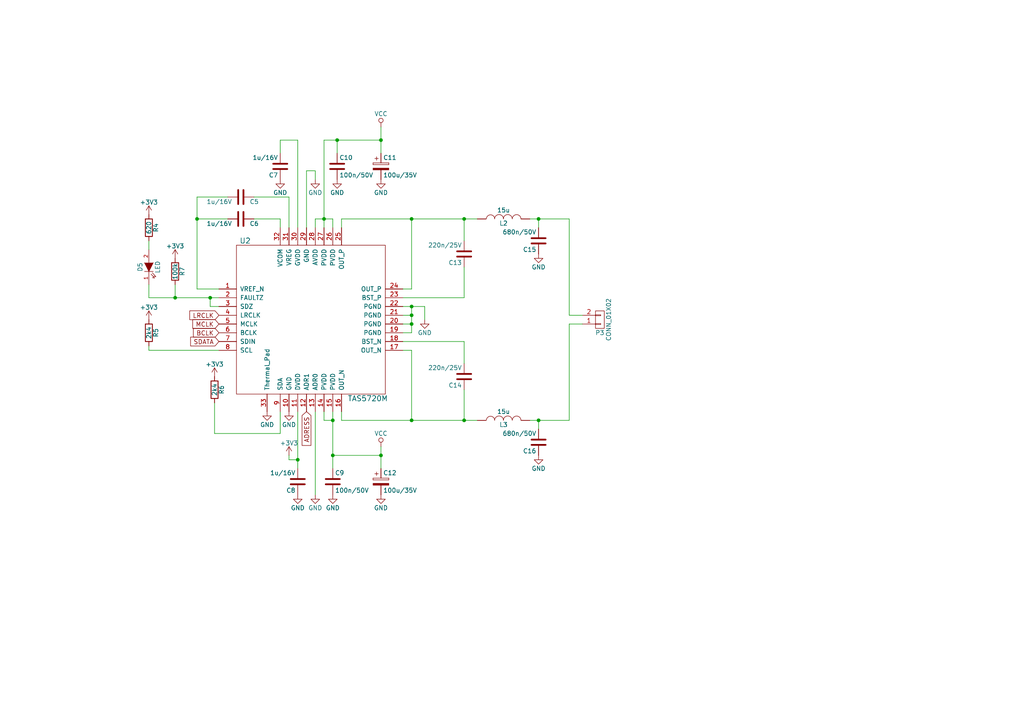
<source format=kicad_sch>
(kicad_sch (version 20231120) (generator "eeschema") (generator_version "8.0")
  (paper "A4")
  (title_block (title "freeDSPx-AMPx4") (date "2017-02-19") (rev "1.0"))
  (lib_symbols
    (symbol "freeDSPx-AMPx4-rescue:+3V3" (power) (pin_names (offset 0))
      (property "Value" "+3V3" (at 0 3.556 0))
      (symbol "+3V3_0_1"
        (polyline (pts (xy -0.762 1.27) (xy 0 2.54)))
        (polyline (pts (xy 0 0) (xy 0 2.54)))
        (polyline (pts (xy 0 2.54) (xy 0.762 1.27)))
      )
      (symbol "+3V3_1_1"
        (pin power_in line (at 0 0 90) (length 0) hide (name "+3V3") (number "1"))
      )
    )
    (symbol "freeDSPx-AMPx4-rescue:C" (pin_numbers hide) (pin_names (offset 0.254))
      (property "Reference" "C" (at 0.635 2.54 0))
      (property "Value" "C" (at 0.635 -2.54 0))
      (symbol "C_0_1"
        (polyline (pts (xy -2.032 -0.762) (xy 2.032 -0.762)) (stroke (width 0.508)))
        (polyline (pts (xy -2.032 0.762) (xy 2.032 0.762)) (stroke (width 0.508)))
      )
      (symbol "C_1_1"
        (pin passive line (at 0 3.81 270) (length 2.794) (name "~") (number "1"))
        (pin passive line (at 0 -3.81 90) (length 2.794) (name "~") (number "2"))
      )
    )
    (symbol "freeDSPx-AMPx4-rescue:CONN_01X02" (pin_names (offset 1.016) hide)
      (property "Reference" "P" (at 0 3.81 0))
      (property "Value" "CONN_01X02" (at 2.54 0 90))
      (symbol "CONN_01X02_0_1"
        (rectangle (start -1.27 -1.143) (end 0.254 -1.397))
        (rectangle (start -1.27 1.397) (end 0.254 1.143))
        (rectangle (start -1.27 2.54) (end 1.27 -2.54))
      )
      (symbol "CONN_01X02_1_1"
        (pin passive line (at -5.08 1.27 0) (length 3.81) (name "P1") (number "1"))
        (pin passive line (at -5.08 -1.27 0) (length 3.81) (name "P2") (number "2"))
      )
    )
    (symbol "freeDSPx-AMPx4-rescue:CP" (pin_numbers hide) (pin_names (offset 0.254))
      (property "Reference" "C" (at 0.635 2.54 0))
      (property "Value" "CP" (at 0.635 -2.54 0))
      (symbol "CP_0_1"
        (rectangle (start -2.286 0.508) (end -2.286 1.016))
        (rectangle (start -2.286 0.508) (end 2.286 0.508))
        (polyline (pts (xy -1.778 2.286) (xy -0.762 2.286)))
        (polyline (pts (xy -1.27 2.794) (xy -1.27 1.778)))
        (rectangle (start 2.286 -0.508) (end -2.286 -1.016) (fill (type outline)))
        (rectangle (start 2.286 1.016) (end -2.286 1.016))
        (rectangle (start 2.286 1.016) (end 2.286 0.508))
      )
      (symbol "CP_1_1"
        (pin passive line (at 0 3.81 270) (length 2.794) (name "~") (number "1"))
        (pin passive line (at 0 -3.81 90) (length 2.794) (name "~") (number "2"))
      )
    )
    (symbol "freeDSPx-AMPx4-rescue:GND" (power) (pin_names (offset 0))
      (property "Value" "GND" (at 0 -3.81 0))
      (symbol "GND_0_1"
        (polyline (pts (xy 0 0) (xy 0 -1.27) (xy 1.27 -1.27) (xy 0 -2.54) (xy -1.27 -1.27) (xy 0 -1.27)))
      )
      (symbol "GND_1_1"
        (pin power_in line (at 0 0 270) (length 0) hide (name "GND") (number "1"))
      )
    )
    (symbol "freeDSPx-AMPx4-rescue:L" (pin_numbers hide) (pin_names (offset 1.016) hide)
      (property "Reference" "L" (at -1.27 0 90))
      (property "Value" "L" (at 2.54 0 90))
      (symbol "L_0_1"
        (arc (start 0.0254 -5.0546) (mid 1.2449 -3.8097) (end 0.0254 -2.54))
        (arc (start 0.0254 -2.5146) (mid 1.2703 -1.2444) (end 0.0254 0.0508))
        (arc (start 0.0254 0.0254) (mid 1.2703 1.2956) (end 0.0254 2.5908))
        (arc (start 0.0254 2.5654) (mid 1.1941 3.7595) (end 0.0254 4.9784))
      )
      (symbol "L_1_1"
        (pin passive line (at 0 7.62 270) (length 2.54) (name "1") (number "1"))
        (pin passive line (at 0 -7.62 90) (length 2.54) (name "2") (number "2"))
      )
    )
    (symbol "freeDSPx-AMPx4-rescue:LED" (pin_names (offset 1.016) hide)
      (property "Reference" "D" (at 0 2.54 0))
      (property "Value" "LED" (at 0 -2.54 0))
      (symbol "LED_0_1"
        (polyline (pts (xy -1.27 1.27) (xy -1.27 -1.27)))
        (polyline (pts (xy -2.032 -0.635) (xy -3.175 -1.651) (xy -3.048 -1.016)))
        (polyline (pts (xy -1.651 -1.016) (xy -2.794 -2.032) (xy -2.667 -1.397)))
        (polyline (pts (xy 1.27 1.27) (xy -1.27 0) (xy 1.27 -1.27)) (fill (type outline)))
      )
      (symbol "LED_1_1"
        (pin passive line (at -5.08 0 0) (length 3.81) (name "K") (number "1"))
        (pin passive line (at 5.08 0 180) (length 3.81) (name "A") (number "2"))
      )
    )
    (symbol "freeDSPx-AMPx4-rescue:R" (pin_numbers hide) (pin_names (offset 0))
      (property "Reference" "R" (at 2.032 0 90))
      (property "Value" "R" (at 0 0 90))
      (symbol "R_0_1"
        (rectangle (start -1.016 -2.54) (end 1.016 2.54) (stroke (width 0.254)))
      )
      (symbol "R_1_1"
        (pin passive line (at 0 3.81 270) (length 1.27) (name "~") (number "1"))
        (pin passive line (at 0 -3.81 90) (length 1.27) (name "~") (number "2"))
      )
    )
    (symbol "freeDSPx-AMPx4-rescue:TAS5720" (pin_names (offset 1.016))
      (property "Reference" "U" (at -19.05 22.86 0))
      (property "Value" "TAS5720" (at 16.51 -22.86 0))
      (symbol "TAS5720_0_1"
        (rectangle (start -21.59 21.59) (end 21.59 -21.59))
      )
      (symbol "TAS5720_1_1"
        (pin input line (at -26.67 8.89 0) (length 5.08) (name "VREF_N") (number "1"))
        (pin input line (at -6.35 -26.67 90) (length 5.08) (name "GND") (number "10"))
        (pin input line (at -3.81 -26.67 90) (length 5.08) (name "DVDD") (number "11"))
        (pin input line (at -1.27 -26.67 90) (length 5.08) (name "ADR1") (number "12"))
        (pin input line (at 1.27 -26.67 90) (length 5.08) (name "ADR0") (number "13"))
        (pin input line (at 3.81 -26.67 90) (length 5.08) (name "PVDD") (number "14"))
        (pin input line (at 6.35 -26.67 90) (length 5.08) (name "PVDD") (number "15"))
        (pin input line (at 8.89 -26.67 90) (length 5.08) (name "OUT_N") (number "16"))
        (pin input line (at 26.67 -8.89 180) (length 5.08) (name "OUT_N") (number "17"))
        (pin input line (at 26.67 -6.35 180) (length 5.08) (name "BST_N") (number "18"))
        (pin input line (at 26.67 -3.81 180) (length 5.08) (name "PGND") (number "19"))
        (pin input line (at -26.67 6.35 0) (length 5.08) (name "FAULTZ") (number "2"))
        (pin input line (at 26.67 -1.27 180) (length 5.08) (name "PGND") (number "20"))
        (pin input line (at 26.67 1.27 180) (length 5.08) (name "PGND") (number "21"))
        (pin input line (at 26.67 3.81 180) (length 5.08) (name "PGND") (number "22"))
        (pin input line (at 26.67 6.35 180) (length 5.08) (name "BST_P") (number "23"))
        (pin input line (at 26.67 8.89 180) (length 5.08) (name "OUT_P") (number "24"))
        (pin input line (at 8.89 26.67 270) (length 5.08) (name "OUT_P") (number "25"))
        (pin input line (at 6.35 26.67 270) (length 5.08) (name "PVDD") (number "26"))
        (pin input line (at 3.81 26.67 270) (length 5.08) (name "PVDD") (number "27"))
        (pin input line (at 1.27 26.67 270) (length 5.08) (name "AVDD") (number "28"))
        (pin input line (at -1.27 26.67 270) (length 5.08) (name "GND") (number "29"))
        (pin input line (at -26.67 3.81 0) (length 5.08) (name "SDZ") (number "3"))
        (pin input line (at -3.81 26.67 270) (length 5.08) (name "GVDD") (number "30"))
        (pin input line (at -6.35 26.67 270) (length 5.08) (name "VREG") (number "31"))
        (pin input line (at -8.89 26.67 270) (length 5.08) (name "VCOM") (number "32"))
        (pin input line (at -12.7 -26.67 90) (length 5.08) (name "Thermal_Pad") (number "33"))
        (pin input line (at -26.67 1.27 0) (length 5.08) (name "LRCLK") (number "4"))
        (pin input line (at -26.67 -1.27 0) (length 5.08) (name "MCLK") (number "5"))
        (pin input line (at -26.67 -3.81 0) (length 5.08) (name "BCLK") (number "6"))
        (pin input line (at -26.67 -6.35 0) (length 5.08) (name "SDIN") (number "7"))
        (pin input line (at -26.67 -8.89 0) (length 5.08) (name "SCL") (number "8"))
        (pin input line (at -8.89 -26.67 90) (length 5.08) (name "SDA") (number "9"))
      )
    )
    (symbol "freeDSPx-AMPx4-rescue:VCC" (power) (pin_names (offset 0))
      (property "Value" "VCC" (at 0 3.81 0))
      (symbol "VCC_0_1"
        (polyline (pts (xy 0 0) (xy 0 1.27)))
        (circle (center 0 1.905) (radius 0.635))
      )
      (symbol "VCC_1_1"
        (pin power_in line (at 0 0 90) (length 0) hide (name "VCC") (number "1"))
      )
    )
  )
  (junction (at 110.49 132.08))
  (junction (at 97.79 40.64))
  (junction (at 96.52 132.08))
  (junction (at 119.38 91.44))
  (junction (at 93.98 63.5))
  (junction (at 110.49 40.64))
  (junction (at 119.38 88.9))
  (junction (at 86.36 133.35))
  (junction (at 119.38 93.98))
  (junction (at 134.62 63.5))
  (junction (at 57.15 63.5))
  (junction (at 134.62 121.92))
  (junction (at 156.21 63.5))
  (junction (at 156.21 121.92))
  (junction (at 119.38 63.5))
  (junction (at 60.96 86.36))
  (junction (at 96.52 121.92))
  (junction (at 119.38 121.92))
  (junction (at 50.8 86.36))
  (wire (pts (xy 57.15 57.15) (xy 57.15 63.5)))
  (wire (pts (xy 81.28 125.73) (xy 62.23 125.73)))
  (wire (pts (xy 83.82 132.08) (xy 83.82 133.35)))
  (wire (pts (xy 60.96 86.36) (xy 63.5 86.36)))
  (wire (pts (xy 99.06 119.38) (xy 99.06 121.92)))
  (wire (pts (xy 110.49 40.64) (xy 110.49 44.45)))
  (wire (pts (xy 156.21 63.5) (xy 156.21 66.04)))
  (wire (pts (xy 110.49 129.54) (xy 110.49 132.08)))
  (wire (pts (xy 119.38 121.92) (xy 119.38 101.6)))
  (wire (pts (xy 99.06 66.04) (xy 99.06 63.5)))
  (wire (pts (xy 93.98 63.5) (xy 96.52 63.5)))
  (wire (pts (xy 134.62 113.03) (xy 134.62 121.92)))
  (wire (pts (xy 134.62 121.92) (xy 138.43 121.92)))
  (wire (pts (xy 63.5 88.9) (xy 60.96 88.9)))
  (wire (pts (xy 96.52 132.08) (xy 110.49 132.08)))
  (wire (pts (xy 86.36 133.35) (xy 86.36 135.89)))
  (wire (pts (xy 93.98 121.92) (xy 96.52 121.92)))
  (wire (pts (xy 119.38 88.9) (xy 119.38 91.44)))
  (wire (pts (xy 62.23 125.73) (xy 62.23 116.84)))
  (wire (pts (xy 93.98 119.38) (xy 93.98 121.92)))
  (wire (pts (xy 91.44 119.38) (xy 91.44 143.51)))
  (wire (pts (xy 119.38 121.92) (xy 134.62 121.92)))
  (wire (pts (xy 57.15 57.15) (xy 66.04 57.15)))
  (wire (pts (xy 156.21 121.92) (xy 153.67 121.92)))
  (wire (pts (xy 134.62 86.36) (xy 134.62 77.47)))
  (wire (pts (xy 88.9 49.53) (xy 91.44 49.53)))
  (wire (pts (xy 97.79 40.64) (xy 110.49 40.64)))
  (wire (pts (xy 165.1 91.44) (xy 168.91 91.44)))
  (wire (pts (xy 116.84 88.9) (xy 119.38 88.9)))
  (wire (pts (xy 134.62 69.85) (xy 134.62 63.5)))
  (wire (pts (xy 119.38 96.52) (xy 116.84 96.52)))
  (wire (pts (xy 119.38 93.98) (xy 119.38 96.52)))
  (wire (pts (xy 119.38 93.98) (xy 116.84 93.98)))
  (wire (pts (xy 116.84 86.36) (xy 134.62 86.36)))
  (wire (pts (xy 119.38 63.5) (xy 119.38 83.82)))
  (wire (pts (xy 99.06 63.5) (xy 119.38 63.5)))
  (wire (pts (xy 91.44 63.5) (xy 93.98 63.5)))
  (wire (pts (xy 43.18 101.6) (xy 63.5 101.6)))
  (wire (pts (xy 83.82 57.15) (xy 83.82 66.04)))
  (wire (pts (xy 43.18 101.6) (xy 43.18 100.33)))
  (wire (pts (xy 43.18 72.39) (xy 43.18 69.85)))
  (wire (pts (xy 93.98 40.64) (xy 97.79 40.64)))
  (wire (pts (xy 165.1 93.98) (xy 165.1 121.92)))
  (wire (pts (xy 91.44 66.04) (xy 91.44 63.5)))
  (wire (pts (xy 81.28 40.64) (xy 81.28 44.45)))
  (wire (pts (xy 93.98 40.64) (xy 93.98 63.5)))
  (wire (pts (xy 165.1 63.5) (xy 165.1 91.44)))
  (wire (pts (xy 86.36 40.64) (xy 86.36 66.04)))
  (wire (pts (xy 153.67 63.5) (xy 156.21 63.5)))
  (wire (pts (xy 99.06 121.92) (xy 119.38 121.92)))
  (wire (pts (xy 156.21 63.5) (xy 165.1 63.5)))
  (wire (pts (xy 57.15 83.82) (xy 63.5 83.82)))
  (wire (pts (xy 119.38 63.5) (xy 134.62 63.5)))
  (wire (pts (xy 110.49 132.08) (xy 110.49 135.89)))
  (wire (pts (xy 110.49 36.83) (xy 110.49 40.64)))
  (wire (pts (xy 60.96 88.9) (xy 60.96 86.36)))
  (wire (pts (xy 81.28 119.38) (xy 81.28 125.73)))
  (wire (pts (xy 81.28 63.5) (xy 73.66 63.5)))
  (wire (pts (xy 50.8 86.36) (xy 60.96 86.36)))
  (wire (pts (xy 119.38 91.44) (xy 119.38 93.98)))
  (wire (pts (xy 134.62 63.5) (xy 138.43 63.5)))
  (wire (pts (xy 96.52 121.92) (xy 96.52 132.08)))
  (wire (pts (xy 96.52 119.38) (xy 96.52 121.92)))
  (wire (pts (xy 134.62 99.06) (xy 134.62 105.41)))
  (wire (pts (xy 119.38 83.82) (xy 116.84 83.82)))
  (wire (pts (xy 116.84 99.06) (xy 134.62 99.06)))
  (wire (pts (xy 119.38 88.9) (xy 123.19 88.9)))
  (wire (pts (xy 165.1 93.98) (xy 168.91 93.98)))
  (wire (pts (xy 165.1 121.92) (xy 156.21 121.92)))
  (wire (pts (xy 73.66 57.15) (xy 83.82 57.15)))
  (wire (pts (xy 91.44 49.53) (xy 91.44 52.07)))
  (wire (pts (xy 93.98 63.5) (xy 93.98 66.04)))
  (wire (pts (xy 119.38 101.6) (xy 116.84 101.6)))
  (wire (pts (xy 57.15 63.5) (xy 66.04 63.5)))
  (wire (pts (xy 97.79 44.45) (xy 97.79 40.64)))
  (wire (pts (xy 81.28 40.64) (xy 86.36 40.64)))
  (wire (pts (xy 119.38 91.44) (xy 116.84 91.44)))
  (wire (pts (xy 96.52 132.08) (xy 96.52 135.89)))
  (wire (pts (xy 43.18 86.36) (xy 43.18 82.55)))
  (wire (pts (xy 86.36 119.38) (xy 86.36 133.35)))
  (wire (pts (xy 57.15 63.5) (xy 57.15 83.82)))
  (wire (pts (xy 123.19 88.9) (xy 123.19 92.71)))
  (wire (pts (xy 96.52 63.5) (xy 96.52 66.04)))
  (wire (pts (xy 156.21 121.92) (xy 156.21 124.46)))
  (wire (pts (xy 43.18 86.36) (xy 50.8 86.36)))
  (wire (pts (xy 81.28 66.04) (xy 81.28 63.5)))
  (wire (pts (xy 83.82 133.35) (xy 86.36 133.35)))
  (wire (pts (xy 50.8 86.36) (xy 50.8 82.55)))
  (wire (pts (xy 88.9 49.53) (xy 88.9 66.04)))
  (global_label "LRCLK" (shape input) (at 63.5 91.44 180) (effects (font (size 1.2954 1.2954))) (property "Intersheetrefs" "${INTERSHEET_REFS}" (effects (hide yes))))
  (global_label "SDATA" (shape input) (at 63.5 99.06 180) (effects (font (size 1.2954 1.2954))) (property "Intersheetrefs" "${INTERSHEET_REFS}" (effects (hide yes))))
  (global_label "MCLK" (shape input) (at 63.5 93.98 180) (effects (font (size 1.2954 1.2954))) (property "Intersheetrefs" "${INTERSHEET_REFS}" (effects (hide yes))))
  (global_label "ADRESS" (shape input) (at 88.9 119.38 270) (effects (font (size 1.2954 1.2954))) (property "Intersheetrefs" "${INTERSHEET_REFS}" (effects (hide yes))))
  (global_label "BCLK" (shape input) (at 63.5 96.52 180) (effects (font (size 1.2954 1.2954))) (property "Intersheetrefs" "${INTERSHEET_REFS}" (effects (hide yes))))
  (symbol (lib_id "freeDSPx-AMPx4-rescue:TAS5720") (at 90.17 92.71 0) (unit 1)
    (property "Reference" "U2" (at 71.12 69.85 0) (effects (font (size 1.524 1.524))))
    (property "Value" "TAS5720M" (at 106.68 115.57 0) (effects (font (size 1.524 1.524))))
    (property "Footprint" "Library:VQFN-32-handsolder" (effects (hide yes)))
    (property "Datasheet" "http://www.ti.com/lit/ds/symlink/tas5720m.pdf" (effects (hide yes)))
    (property "Mouser_Part_No" "595-TAS5720MRSMT" (effects (hide yes)))
  )
  (symbol (lib_id "freeDSPx-AMPx4-rescue:GND") (at 123.19 92.71 0) (unit 1)
    (property "Reference" "#PWR018" (effects (hide yes)))
    (property "Value" "GND" (at 123.19 96.52 0))
  )
  (symbol (lib_id "freeDSPx-AMPx4-rescue:GND") (at 83.82 119.38 0) (unit 1)
    (property "Reference" "#PWR019" (effects (hide yes)))
    (property "Value" "GND" (at 83.82 123.19 0))
  )
  (symbol (lib_id "freeDSPx-AMPx4-rescue:C") (at 97.79 48.26 0) (unit 1)
    (property "Reference" "C10" (at 98.425 45.72 0) (effects (justify left)))
    (property "Value" "100n/50V" (at 98.425 50.8 0) (effects (justify left)))
    (property "Footprint" "fdsp_capacitor:C_0603" (effects (hide yes)))
    (property "Datasheet" "http://www.murata.com/products/catalog/pdf/c02e.pdf" (effects (hide yes)))
    (property "Mouser_Part_No" "81-GRM39X104K50D" (effects (hide yes)))
  )
  (symbol (lib_id "freeDSPx-AMPx4-rescue:GND") (at 97.79 52.07 0) (unit 1)
    (property "Reference" "#PWR020" (effects (hide yes)))
    (property "Value" "GND" (at 97.79 55.88 0))
  )
  (symbol (lib_id "freeDSPx-AMPx4-rescue:GND") (at 110.49 52.07 0) (unit 1)
    (property "Reference" "#PWR021" (effects (hide yes)))
    (property "Value" "GND" (at 110.49 55.88 0))
  )
  (symbol (lib_id "freeDSPx-AMPx4-rescue:C") (at 134.62 73.66 180) (unit 1)
    (property "Reference" "C13" (at 133.985 76.2 0) (effects (justify left)))
    (property "Value" "220n/25V" (at 133.985 71.12 0) (effects (justify left)))
    (property "Footprint" "fdsp_capacitor:C_0603" (effects (hide yes)))
    (property "Datasheet" "http://www.murata.com/products/catalog/pdf/c02e.pdf" (effects (hide yes)))
    (property "Mouser_Part_No" "81-GRM18R71E223KA01J" (effects (hide yes)))
  )
  (symbol (lib_id "freeDSPx-AMPx4-rescue:+3V3") (at 83.82 132.08 0) (unit 1)
    (property "Reference" "#PWR022" (effects (hide yes)))
    (property "Value" "+3V3" (at 83.82 128.524 0))
  )
  (symbol (lib_id "freeDSPx-AMPx4-rescue:GND") (at 86.36 143.51 0) (unit 1)
    (property "Reference" "#PWR023" (effects (hide yes)))
    (property "Value" "GND" (at 86.36 147.32 0))
  )
  (symbol (lib_id "freeDSPx-AMPx4-rescue:GND") (at 96.52 143.51 0) (unit 1)
    (property "Reference" "#PWR024" (effects (hide yes)))
    (property "Value" "GND" (at 96.52 147.32 0))
  )
  (symbol (lib_id "freeDSPx-AMPx4-rescue:GND") (at 110.49 143.51 0) (unit 1)
    (property "Reference" "#PWR025" (effects (hide yes)))
    (property "Value" "GND" (at 110.49 147.32 0))
  )
  (symbol (lib_id "freeDSPx-AMPx4-rescue:VCC") (at 110.49 36.83 0) (unit 1)
    (property "Reference" "#PWR026" (effects (hide yes)))
    (property "Value" "VCC" (at 110.49 33.02 0))
  )
  (symbol (lib_id "freeDSPx-AMPx4-rescue:VCC") (at 110.49 129.54 0) (unit 1)
    (property "Reference" "#PWR027" (effects (hide yes)))
    (property "Value" "VCC" (at 110.49 125.73 0))
  )
  (symbol (lib_id "freeDSPx-AMPx4-rescue:GND") (at 77.47 119.38 0) (unit 1)
    (property "Reference" "#PWR028" (effects (hide yes)))
    (property "Value" "GND" (at 77.47 123.19 0))
  )
  (symbol (lib_id "freeDSPx-AMPx4-rescue:C") (at 81.28 48.26 180) (unit 1)
    (property "Reference" "C7" (at 80.645 50.8 0) (effects (justify left)))
    (property "Value" "1u/16V" (at 80.645 45.72 0) (effects (justify left)))
    (property "Footprint" "fdsp_capacitor:C_0603" (effects (hide yes)))
    (property "Datasheet" "http://www.murata.com/products/catalog/pdf/c02e.pdf" (effects (hide yes)))
    (property "Mouser_Part_No" "81-GRM188R71C105KE5D" (effects (hide yes)))
  )
  (symbol (lib_id "freeDSPx-AMPx4-rescue:L") (at 146.05 63.5 90) (unit 1)
    (property "Reference" "L2" (at 146.05 64.77 90))
    (property "Value" "15u" (at 146.05 60.96 90))
    (property "Footprint" "fdsp_inductor:Choke_SMD_6.0x6.0" (effects (hide yes)))
    (property "Datasheet" "http://www.mouser.com/ds/2/281/product-1023288.pdf" (effects (hide yes)))
    (property "Mouser_Part_No" "81-1264EY-150MP3" (effects (hide yes)))
  )
  (symbol (lib_id "freeDSPx-AMPx4-rescue:C") (at 156.21 69.85 180) (unit 1)
    (property "Reference" "C15" (at 155.575 72.39 0) (effects (justify left)))
    (property "Value" "680n/50V" (at 155.575 67.31 0) (effects (justify left)))
    (property "Footprint" "fdsp_capacitor:C_1206" (effects (hide yes)))
    (property "Datasheet" "http://www.murata.com/products/catalog/pdf/c03e.pdf" (effects (hide yes)))
    (property "Mouser_Part_No" "81-GCM31CR71H684KA7L" (effects (hide yes)))
  )
  (symbol (lib_id "freeDSPx-AMPx4-rescue:GND") (at 156.21 73.66 0) (unit 1)
    (property "Reference" "#PWR029" (effects (hide yes)))
    (property "Value" "GND" (at 156.21 77.47 0))
  )
  (symbol (lib_id "freeDSPx-AMPx4-rescue:GND") (at 156.21 132.08 0) (unit 1)
    (property "Reference" "#PWR030" (effects (hide yes)))
    (property "Value" "GND" (at 156.21 135.89 0))
  )
  (symbol (lib_id "freeDSPx-AMPx4-rescue:CP") (at 110.49 48.26 0) (unit 1)
    (property "Reference" "C11" (at 111.125 45.72 0) (effects (justify left)))
    (property "Value" "100u/35V" (at 111.125 50.8 0) (effects (justify left)))
    (property "Footprint" "fdsp_capacitor:C_Radial_D8_L11.5_P3.5" (effects (hide yes)))
    (property "Datasheet" "http://www.mouser.com/ds/2/315/ABA0000C1012-947489.pdf" (effects (hide yes)))
    (property "Mouser_Part_No" "667-EEU-FC1V101" (effects (hide yes)))
  )
  (symbol (lib_id "freeDSPx-AMPx4-rescue:GND") (at 91.44 143.51 0) (unit 1)
    (property "Reference" "#PWR031" (effects (hide yes)))
    (property "Value" "GND" (at 91.44 147.32 0))
  )
  (symbol (lib_id "freeDSPx-AMPx4-rescue:R") (at 50.8 78.74 0) (unit 1)
    (property "Reference" "R7" (at 52.832 78.74 90))
    (property "Value" "100k" (at 50.8 78.74 90))
    (property "Footprint" "fdsp_resistor:R_0603" (effects (hide yes)))
    (property "Datasheet" "http://www.mouser.com/ds/2/427/dcrcwe3-109170.pdf" (effects (hide yes)))
    (property "Mouser_Part_No" "71-CRCW0603-100K-E3" (effects (hide yes)))
  )
  (symbol (lib_id "freeDSPx-AMPx4-rescue:LED") (at 43.18 77.47 90) (unit 1)
    (property "Reference" "D5" (at 40.64 77.47 0))
    (property "Value" "LED" (at 45.72 77.47 0))
    (property "Footprint" "fdsp_capacitor:C_0603" (effects (hide yes)))
    (property "Datasheet" "http://www.mouser.com/ds/2/445/150060RS75000-368563.pdf" (effects (hide yes)))
    (property "Mouser_Part_No" "710-150080RS75000" (effects (hide yes)))
  )
  (symbol (lib_id "freeDSPx-AMPx4-rescue:R") (at 43.18 66.04 0) (unit 1)
    (property "Reference" "R4" (at 45.212 66.04 90))
    (property "Value" "620" (at 43.18 66.04 90))
    (property "Footprint" "fdsp_resistor:R_0603" (effects (hide yes)))
    (property "Datasheet" "http://www.mouser.com/ds/2/427/dcrcwe3-109170.pdf" (effects (hide yes)))
    (property "Mouser_Part_No" "71-CRCW0603-620-E3" (effects (hide yes)))
  )
  (symbol (lib_id "freeDSPx-AMPx4-rescue:+3V3") (at 50.8 74.93 0) (unit 1)
    (property "Reference" "#PWR032" (effects (hide yes)))
    (property "Value" "+3V3" (at 50.8 71.374 0))
  )
  (symbol (lib_id "freeDSPx-AMPx4-rescue:+3V3") (at 43.18 62.23 0) (unit 1)
    (property "Reference" "#PWR033" (effects (hide yes)))
    (property "Value" "+3V3" (at 43.18 58.674 0))
  )
  (symbol (lib_id "freeDSPx-AMPx4-rescue:R") (at 43.18 96.52 0) (unit 1)
    (property "Reference" "R5" (at 45.212 96.52 90))
    (property "Value" "2k4" (at 43.18 96.52 90))
    (property "Footprint" "fdsp_resistor:R_0603" (effects (hide yes)))
    (property "Datasheet" "http://www.mouser.com/ds/2/427/dcrcwe3-109170.pdf" (effects (hide yes)))
    (property "Mouser_Part_No" "71-CRCW0603-2.4K-E3" (effects (hide yes)))
  )
  (symbol (lib_id "freeDSPx-AMPx4-rescue:+3V3") (at 43.18 92.71 0) (unit 1)
    (property "Reference" "#PWR034" (effects (hide yes)))
    (property "Value" "+3V3" (at 43.18 89.154 0))
  )
  (symbol (lib_id "freeDSPx-AMPx4-rescue:+3V3") (at 62.23 109.22 0) (unit 1)
    (property "Reference" "#PWR035" (effects (hide yes)))
    (property "Value" "+3V3" (at 62.23 105.664 0))
  )
  (symbol (lib_id "freeDSPx-AMPx4-rescue:GND") (at 81.28 52.07 0) (unit 1)
    (property "Reference" "#PWR036" (effects (hide yes)))
    (property "Value" "GND" (at 81.28 55.88 0))
  )
  (symbol (lib_id "freeDSPx-AMPx4-rescue:GND") (at 91.44 52.07 0) (unit 1)
    (property "Reference" "#PWR037" (effects (hide yes)))
    (property "Value" "GND" (at 91.44 55.88 0))
  )
  (symbol (lib_id "freeDSPx-AMPx4-rescue:CONN_01X02") (at 173.99 92.71 0) (mirror x) (unit 1)
    (property "Reference" "P3" (at 173.99 96.52 0))
    (property "Value" "CONN_01X02" (at 176.53 92.71 90))
    (property "Footprint" "fdsp_connector:RIACON101-2" (effects (hide yes)))
    (property "Datasheet" "http://www.mouser.com/ds/2/418/NG_CD_796911_B2-715370.pdf" (effects (hide yes)))
    (property "Mouser_Part_No" "571-796911-2" (effects (hide yes)))
  )
  (symbol (lib_id "freeDSPx-AMPx4-rescue:C") (at 156.21 128.27 180) (unit 1)
    (property "Reference" "C16" (at 155.575 130.81 0) (effects (justify left)))
    (property "Value" "680n/50V" (at 155.575 125.73 0) (effects (justify left)))
    (property "Footprint" "fdsp_capacitor:C_1206" (effects (hide yes)))
    (property "Datasheet" "http://www.murata.com/products/catalog/pdf/c03e.pdf" (effects (hide yes)))
    (property "Mouser_Part_No" "81-GCM31CR71H684KA7L" (effects (hide yes)))
  )
  (symbol (lib_id "freeDSPx-AMPx4-rescue:L") (at 146.05 121.92 90) (unit 1)
    (property "Reference" "L3" (at 146.05 123.19 90))
    (property "Value" "15u" (at 146.05 119.38 90))
    (property "Footprint" "fdsp_inductor:Choke_SMD_6.0x6.0" (effects (hide yes)))
    (property "Datasheet" "http://www.mouser.com/ds/2/281/product-1023288.pdf" (effects (hide yes)))
    (property "Mouser_Part_No" "81-1264EY-150MP3" (effects (hide yes)))
  )
  (symbol (lib_id "freeDSPx-AMPx4-rescue:C") (at 134.62 109.22 180) (unit 1)
    (property "Reference" "C14" (at 133.985 111.76 0) (effects (justify left)))
    (property "Value" "220n/25V" (at 133.985 106.68 0) (effects (justify left)))
    (property "Footprint" "fdsp_capacitor:C_0603" (effects (hide yes)))
    (property "Datasheet" "http://www.murata.com/products/catalog/pdf/c02e.pdf" (effects (hide yes)))
    (property "Mouser_Part_No" "81-GRM18R71E223KA01J" (effects (hide yes)))
  )
  (symbol (lib_id "freeDSPx-AMPx4-rescue:C") (at 69.85 57.15 270) (unit 1)
    (property "Reference" "C5" (at 72.39 57.785 90) (effects (justify left top)))
    (property "Value" "1u/16V" (at 67.31 57.785 90) (effects (justify right top)))
    (property "Footprint" "fdsp_capacitor:C_0603" (effects (hide yes)))
    (property "Datasheet" "http://www.murata.com/products/catalog/pdf/c02e.pdf" (effects (hide yes)))
    (property "Mouser_Part_No" "81-GRM188R71C105KE5D" (effects (hide yes)))
  )
  (symbol (lib_id "freeDSPx-AMPx4-rescue:C") (at 69.85 63.5 270) (unit 1)
    (property "Reference" "C6" (at 72.39 64.135 90) (effects (justify left top)))
    (property "Value" "1u/16V" (at 67.31 64.135 90) (effects (justify right top)))
    (property "Footprint" "fdsp_capacitor:C_0603" (effects (hide yes)))
    (property "Datasheet" "http://www.murata.com/products/catalog/pdf/c02e.pdf" (effects (hide yes)))
    (property "Mouser_Part_No" "81-GRM188R71C105KE5D" (effects (hide yes)))
  )
  (symbol (lib_id "freeDSPx-AMPx4-rescue:C") (at 86.36 139.7 180) (unit 1)
    (property "Reference" "C8" (at 85.725 142.24 0) (effects (justify left)))
    (property "Value" "1u/16V" (at 85.725 137.16 0) (effects (justify left)))
    (property "Footprint" "fdsp_capacitor:C_0603" (effects (hide yes)))
    (property "Datasheet" "http://www.murata.com/products/catalog/pdf/c02e.pdf" (effects (hide yes)))
    (property "Mouser_Part_No" "81-GRM188R71C105KE5D" (effects (hide yes)))
  )
  (symbol (lib_id "freeDSPx-AMPx4-rescue:C") (at 96.52 139.7 0) (unit 1)
    (property "Reference" "C9" (at 97.155 137.16 0) (effects (justify left)))
    (property "Value" "100n/50V" (at 97.155 142.24 0) (effects (justify left)))
    (property "Footprint" "fdsp_capacitor:C_0603" (effects (hide yes)))
    (property "Datasheet" "http://www.murata.com/products/catalog/pdf/c02e.pdf" (effects (hide yes)))
    (property "Mouser_Part_No" "81-GRM39X104K50D" (effects (hide yes)))
  )
  (symbol (lib_id "freeDSPx-AMPx4-rescue:CP") (at 110.49 139.7 0) (unit 1)
    (property "Reference" "C12" (at 111.125 137.16 0) (effects (justify left)))
    (property "Value" "100u/35V" (at 111.125 142.24 0) (effects (justify left)))
    (property "Footprint" "fdsp_capacitor:C_Radial_D8_L11.5_P3.5" (effects (hide yes)))
    (property "Datasheet" "http://www.mouser.com/ds/2/315/ABA0000C1012-947489.pdf" (effects (hide yes)))
    (property "Mouser_Part_No" "667-EEU-FC1V101" (effects (hide yes)))
  )
  (symbol (lib_id "freeDSPx-AMPx4-rescue:R") (at 62.23 113.03 0) (unit 1)
    (property "Reference" "R6" (at 64.262 113.03 90))
    (property "Value" "2k4" (at 62.23 113.03 90))
    (property "Footprint" "fdsp_resistor:R_0603" (effects (hide yes)))
    (property "Datasheet" "http://www.mouser.com/ds/2/427/dcrcwe3-109170.pdf" (effects (hide yes)))
    (property "Mouser_Part_No" "71-CRCW0603-2.4K-E3" (effects (hide yes)))
  )
)
</source>
